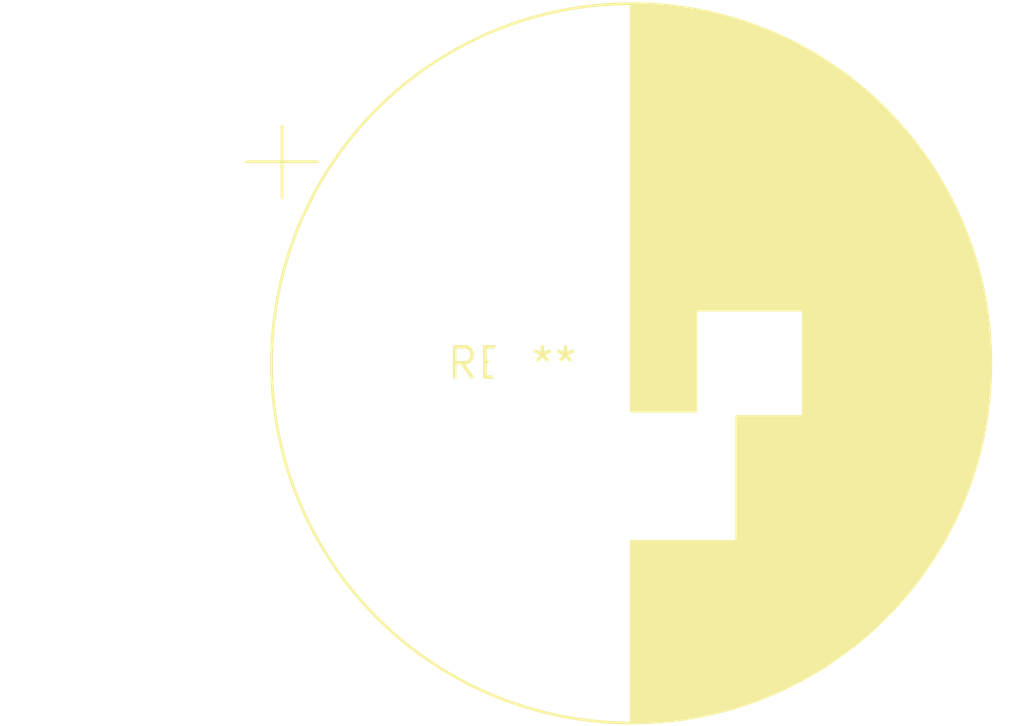
<source format=kicad_pcb>
(kicad_pcb (version 20240108) (generator pcbnew)
  (layers (0 "F.Cu" signal) (31 "B.Cu" signal) (34 "B.Paste" user) (35 "F.Paste" user) (36 "B.SilkS" user "B.Silkscreen") (37 "F.SilkS" user "F.Silkscreen") (38 "B.Mask" user) (39 "F.Mask" user) (44 "Edge.Cuts" user))
  (net 0 "")
  (footprint "CP_Radial_D30.0mm_P10.00mm_3pin_SnapIn" (layer "F.Cu") (at 0 0)
    (property "Reference" "REF**")
    (property "Value" "CP_Radial_D30.0mm_P10.00mm_3pin_SnapIn")
    (fp_line (start -11.179131 -8.475) (end -8.179131 -8.475) (layer "F.SilkS") (stroke (width 0.12)))
    (fp_line (start -9.679131 -9.975) (end -9.679131 -6.975) (layer "F.SilkS") (stroke (width 0.12)))
    (fp_line (start 5 -15.081) (end 5 2.01) (layer "F.SilkS") (stroke (width 0.12)))
    (fp_line (start 5 7.49) (end 5 15.081) (layer "F.SilkS") (stroke (width 0.12)))
    (fp_line (start 5.04 -15.08) (end 5.04 2.01) (layer "F.SilkS") (stroke (width 0.12)))
    (fp_line (start 5.04 7.49) (end 5.04 15.08) (layer "F.SilkS") (stroke (width 0.12)))
    (fp_line (start 5.08 -15.08) (end 5.08 2.01) (layer "F.SilkS") (stroke (width 0.12)))
    (fp_line (start 5.08 7.49) (end 5.08 15.08) (layer "F.SilkS") (stroke (width 0.12)))
    (fp_line (start 5.12 -15.08) (end 5.12 2.01) (layer "F.SilkS") (stroke (width 0.12)))
    (fp_line (start 5.12 7.49) (end 5.12 15.08) (layer "F.SilkS") (stroke (width 0.12)))
    (fp_line (start 5.16 -15.08) (end 5.16 2.01) (layer "F.SilkS") (stroke (width 0.12)))
    (fp_line (start 5.16 7.49) (end 5.16 15.08) (layer "F.SilkS") (stroke (width 0.12)))
    (fp_line (start 5.2 -15.079) (end 5.2 2.01) (layer "F.SilkS") (stroke (width 0.12)))
    (fp_line (start 5.2 7.49) (end 5.2 15.079) (layer "F.SilkS") (stroke (width 0.12)))
    (fp_line (start 5.24 -15.079) (end 5.24 2.01) (layer "F.SilkS") (stroke (width 0.12)))
    (fp_line (start 5.24 7.49) (end 5.24 15.079) (layer "F.SilkS") (stroke (width 0.12)))
    (fp_line (start 5.28 -15.078) (end 5.28 2.01) (layer "F.SilkS") (stroke (width 0.12)))
    (fp_line (start 5.28 7.49) (end 5.28 15.078) (layer "F.SilkS") (stroke (width 0.12)))
    (fp_line (start 5.32 -15.077) (end 5.32 2.01) (layer "F.SilkS") (stroke (width 0.12)))
    (fp_line (start 5.32 7.49) (end 5.32 15.077) (layer "F.SilkS") (stroke (width 0.12)))
    (fp_line (start 5.36 -15.076) (end 5.36 2.01) (layer "F.SilkS") (stroke (width 0.12)))
    (fp_line (start 5.36 7.49) (end 5.36 15.076) (layer "F.SilkS") (stroke (width 0.12)))
    (fp_line (start 5.4 -15.075) (end 5.4 2.01) (layer "F.SilkS") (stroke (width 0.12)))
    (fp_line (start 5.4 7.49) (end 5.4 15.075) (layer "F.SilkS") (stroke (width 0.12)))
    (fp_line (start 5.44 -15.074) (end 5.44 2.01) (layer "F.SilkS") (stroke (width 0.12)))
    (fp_line (start 5.44 7.49) (end 5.44 15.074) (layer "F.SilkS") (stroke (width 0.12)))
    (fp_line (start 5.48 -15.073) (end 5.48 2.01) (layer "F.SilkS") (stroke (width 0.12)))
    (fp_line (start 5.48 7.49) (end 5.48 15.073) (layer "F.SilkS") (stroke (width 0.12)))
    (fp_line (start 5.52 -15.072) (end 5.52 2.01) (layer "F.SilkS") (stroke (width 0.12)))
    (fp_line (start 5.52 7.49) (end 5.52 15.072) (layer "F.SilkS") (stroke (width 0.12)))
    (fp_line (start 5.56 -15.07) (end 5.56 2.01) (layer "F.SilkS") (stroke (width 0.12)))
    (fp_line (start 5.56 7.49) (end 5.56 15.07) (layer "F.SilkS") (stroke (width 0.12)))
    (fp_line (start 5.6 -15.069) (end 5.6 2.01) (layer "F.SilkS") (stroke (width 0.12)))
    (fp_line (start 5.6 7.49) (end 5.6 15.069) (layer "F.SilkS") (stroke (width 0.12)))
    (fp_line (start 5.64 -15.067) (end 5.64 2.01) (layer "F.SilkS") (stroke (width 0.12)))
    (fp_line (start 5.64 7.49) (end 5.64 15.067) (layer "F.SilkS") (stroke (width 0.12)))
    (fp_line (start 5.68 -15.065) (end 5.68 2.01) (layer "F.SilkS") (stroke (width 0.12)))
    (fp_line (start 5.68 7.49) (end 5.68 15.065) (layer "F.SilkS") (stroke (width 0.12)))
    (fp_line (start 5.721 -15.063) (end 5.721 2.01) (layer "F.SilkS") (stroke (width 0.12)))
    (fp_line (start 5.721 7.49) (end 5.721 15.063) (layer "F.SilkS") (stroke (width 0.12)))
    (fp_line (start 5.761 -15.061) (end 5.761 2.01) (layer "F.SilkS") (stroke (width 0.12)))
    (fp_line (start 5.761 7.49) (end 5.761 15.061) (layer "F.SilkS") (stroke (width 0.12)))
    (fp_line (start 5.801 -15.059) (end 5.801 2.01) (layer "F.SilkS") (stroke (width 0.12)))
    (fp_line (start 5.801 7.49) (end 5.801 15.059) (layer "F.SilkS") (stroke (width 0.12)))
    (fp_line (start 5.841 -15.057) (end 5.841 2.01) (layer "F.SilkS") (stroke (width 0.12)))
    (fp_line (start 5.841 7.49) (end 5.841 15.057) (layer "F.SilkS") (stroke (width 0.12)))
    (fp_line (start 5.881 -15.055) (end 5.881 2.01) (layer "F.SilkS") (stroke (width 0.12)))
    (fp_line (start 5.881 7.49) (end 5.881 15.055) (layer "F.SilkS") (stroke (width 0.12)))
    (fp_line (start 5.921 -15.052) (end 5.921 2.01) (layer "F.SilkS") (stroke (width 0.12)))
    (fp_line (start 5.921 7.49) (end 5.921 15.052) (layer "F.SilkS") (stroke (width 0.12)))
    (fp_line (start 5.961 -15.05) (end 5.961 2.01) (layer "F.SilkS") (stroke (width 0.12)))
    (fp_line (start 5.961 7.49) (end 5.961 15.05) (layer "F.SilkS") (stroke (width 0.12)))
    (fp_line (start 6.001 -15.047) (end 6.001 2.01) (layer "F.SilkS") (stroke (width 0.12)))
    (fp_line (start 6.001 7.49) (end 6.001 15.047) (layer "F.SilkS") (stroke (width 0.12)))
    (fp_line (start 6.041 -15.045) (end 6.041 2.01) (layer "F.SilkS") (stroke (width 0.12)))
    (fp_line (start 6.041 7.49) (end 6.041 15.045) (layer "F.SilkS") (stroke (width 0.12)))
    (fp_line (start 6.081 -15.042) (end 6.081 2.01) (layer "F.SilkS") (stroke (width 0.12)))
    (fp_line (start 6.081 7.49) (end 6.081 15.042) (layer "F.SilkS") (stroke (width 0.12)))
    (fp_line (start 6.121 -15.039) (end 6.121 2.01) (layer "F.SilkS") (stroke (width 0.12)))
    (fp_line (start 6.121 7.49) (end 6.121 15.039) (layer "F.SilkS") (stroke (width 0.12)))
    (fp_line (start 6.161 -15.036) (end 6.161 2.01) (layer "F.SilkS") (stroke (width 0.12)))
    (fp_line (start 6.161 7.49) (end 6.161 15.036) (layer "F.SilkS") (stroke (width 0.12)))
    (fp_line (start 6.201 -15.033) (end 6.201 2.01) (layer "F.SilkS") (stroke (width 0.12)))
    (fp_line (start 6.201 7.49) (end 6.201 15.033) (layer "F.SilkS") (stroke (width 0.12)))
    (fp_line (start 6.241 -15.03) (end 6.241 2.01) (layer "F.SilkS") (stroke (width 0.12)))
    (fp_line (start 6.241 7.49) (end 6.241 15.03) (layer "F.SilkS") (stroke (width 0.12)))
    (fp_line (start 6.281 -15.026) (end 6.281 2.01) (layer "F.SilkS") (stroke (width 0.12)))
    (fp_line (start 6.281 7.49) (end 6.281 15.026) (layer "F.SilkS") (stroke (width 0.12)))
    (fp_line (start 6.321 -15.023) (end 6.321 2.01) (layer "F.SilkS") (stroke (width 0.12)))
    (fp_line (start 6.321 7.49) (end 6.321 15.023) (layer "F.SilkS") (stroke (width 0.12)))
    (fp_line (start 6.361 -15.019) (end 6.361 2.01) (layer "F.SilkS") (stroke (width 0.12)))
    (fp_line (start 6.361 7.49) (end 6.361 15.019) (layer "F.SilkS") (stroke (width 0.12)))
    (fp_line (start 6.401 -15.016) (end 6.401 2.01) (layer "F.SilkS") (stroke (width 0.12)))
    (fp_line (start 6.401 7.49) (end 6.401 15.016) (layer "F.SilkS") (stroke (width 0.12)))
    (fp_line (start 6.441 -15.012) (end 6.441 2.01) (layer "F.SilkS") (stroke (width 0.12)))
    (fp_line (start 6.441 7.49) (end 6.441 15.012) (layer "F.SilkS") (stroke (width 0.12)))
    (fp_line (start 6.481 -15.008) (end 6.481 2.01) (layer "F.SilkS") (stroke (width 0.12)))
    (fp_line (start 6.481 7.49) (end 6.481 15.008) (layer "F.SilkS") (stroke (width 0.12)))
    (fp_line (start 6.521 -15.004) (end 6.521 2.01) (layer "F.SilkS") (stroke (width 0.12)))
    (fp_line (start 6.521 7.49) (end 6.521 15.004) (layer "F.SilkS") (stroke (width 0.12)))
    (fp_line (start 6.561 -15) (end 6.561 2.01) (layer "F.SilkS") (stroke (width 0.12)))
    (fp_line (start 6.561 7.49) (end 6.561 15) (layer "F.SilkS") (stroke (width 0.12)))
    (fp_line (start 6.601 -14.996) (end 6.601 2.01) (layer "F.SilkS") (stroke (width 0.12)))
    (fp_line (start 6.601 7.49) (end 6.601 14.996) (layer "F.SilkS") (stroke (width 0.12)))
    (fp_line (start 6.641 -14.991) (end 6.641 2.01) (layer "F.SilkS") (stroke (width 0.12)))
    (fp_line (start 6.641 7.49) (end 6.641 14.991) (layer "F.SilkS") (stroke (width 0.12)))
    (fp_line (start 6.681 -14.987) (end 6.681 2.01) (layer "F.SilkS") (stroke (width 0.12)))
    (fp_line (start 6.681 7.49) (end 6.681 14.987) (layer "F.SilkS") (stroke (width 0.12)))
    (fp_line (start 6.721 -14.982) (end 6.721 2.01) (layer "F.SilkS") (stroke (width 0.12)))
    (fp_line (start 6.721 7.49) (end 6.721 14.982) (layer "F.SilkS") (stroke (width 0.12)))
    (fp_line (start 6.761 -14.978) (end 6.761 2.01) (layer "F.SilkS") (stroke (width 0.12)))
    (fp_line (start 6.761 7.49) (end 6.761 14.978) (layer "F.SilkS") (stroke (width 0.12)))
    (fp_line (start 6.801 -14.973) (end 6.801 2.01) (layer "F.SilkS") (stroke (width 0.12)))
    (fp_line (start 6.801 7.49) (end 6.801 14.973) (layer "F.SilkS") (stroke (width 0.12)))
    (fp_line (start 6.841 -14.968) (end 6.841 2.01) (layer "F.SilkS") (stroke (width 0.12)))
    (fp_line (start 6.841 7.49) (end 6.841 14.968) (layer "F.SilkS") (stroke (width 0.12)))
    (fp_line (start 6.881 -14.963) (end 6.881 2.01) (layer "F.SilkS") (stroke (width 0.12)))
    (fp_line (start 6.881 7.49) (end 6.881 14.963) (layer "F.SilkS") (stroke (width 0.12)))
    (fp_line (start 6.921 -14.958) (end 6.921 2.01) (layer "F.SilkS") (stroke (width 0.12)))
    (fp_line (start 6.921 7.49) (end 6.921 14.958) (layer "F.SilkS") (stroke (width 0.12)))
    (fp_line (start 6.961 -14.953) (end 6.961 2.01) (layer "F.SilkS") (stroke (width 0.12)))
    (fp_line (start 6.961 7.49) (end 6.961 14.953) (layer "F.SilkS") (stroke (width 0.12)))
    (fp_line (start 7.001 -14.948) (end 7.001 2.01) (layer "F.SilkS") (stroke (width 0.12)))
    (fp_line (start 7.001 7.49) (end 7.001 14.948) (layer "F.SilkS") (stroke (width 0.12)))
    (fp_line (start 7.041 -14.942) (end 7.041 2.01) (layer "F.SilkS") (stroke (width 0.12)))
    (fp_line (start 7.041 7.49) (end 7.041 14.942) (layer "F.SilkS") (stroke (width 0.12)))
    (fp_line (start 7.081 -14.937) (end 7.081 2.01) (layer "F.SilkS") (stroke (width 0.12)))
    (fp_line (start 7.081 7.49) (end 7.081 14.937) (layer "F.SilkS") (stroke (width 0.12)))
    (fp_line (start 7.121 -14.931) (end 7.121 2.01) (layer "F.SilkS") (stroke (width 0.12)))
    (fp_line (start 7.121 7.49) (end 7.121 14.931) (layer "F.SilkS") (stroke (width 0.12)))
    (fp_line (start 7.161 -14.925) (end 7.161 2.01) (layer "F.SilkS") (stroke (width 0.12)))
    (fp_line (start 7.161 7.49) (end 7.161 14.925) (layer "F.SilkS") (stroke (width 0.12)))
    (fp_line (start 7.201 -14.92) (end 7.201 2.01) (layer "F.SilkS") (stroke (width 0.12)))
    (fp_line (start 7.201 7.49) (end 7.201 14.92) (layer "F.SilkS") (stroke (width 0.12)))
    (fp_line (start 7.241 -14.914) (end 7.241 2.01) (layer "F.SilkS") (stroke (width 0.12)))
    (fp_line (start 7.241 7.49) (end 7.241 14.914) (layer "F.SilkS") (stroke (width 0.12)))
    (fp_line (start 7.281 -14.908) (end 7.281 2.01) (layer "F.SilkS") (stroke (width 0.12)))
    (fp_line (start 7.281 7.49) (end 7.281 14.908) (layer "F.SilkS") (stroke (width 0.12)))
    (fp_line (start 7.321 -14.901) (end 7.321 2.01) (layer "F.SilkS") (stroke (width 0.12)))
    (fp_line (start 7.321 7.49) (end 7.321 14.901) (layer "F.SilkS") (stroke (width 0.12)))
    (fp_line (start 7.361 -14.895) (end 7.361 2.01) (layer "F.SilkS") (stroke (width 0.12)))
    (fp_line (start 7.361 7.49) (end 7.361 14.895) (layer "F.SilkS") (stroke (width 0.12)))
    (fp_line (start 7.401 -14.889) (end 7.401 2.01) (layer "F.SilkS") (stroke (width 0.12)))
    (fp_line (start 7.401 7.49) (end 7.401 14.889) (layer "F.SilkS") (stroke (width 0.12)))
    (fp_line (start 7.441 -14.882) (end 7.441 2.01) (layer "F.SilkS") (stroke (width 0.12)))
    (fp_line (start 7.441 7.49) (end 7.441 14.882) (layer "F.SilkS") (stroke (width 0.12)))
    (fp_line (start 7.481 -14.876) (end 7.481 2.01) (layer "F.SilkS") (stroke (width 0.12)))
    (fp_line (start 7.481 7.49) (end 7.481 14.876) (layer "F.SilkS") (stroke (width 0.12)))
    (fp_line (start 7.521 -14.869) (end 7.521 2.01) (layer "F.SilkS") (stroke (width 0.12)))
    (fp_line (start 7.521 7.49) (end 7.521 14.869) (layer "F.SilkS") (stroke (width 0.12)))
    (fp_line (start 7.561 -14.862) (end 7.561 2.01) (layer "F.SilkS") (stroke (width 0.12)))
    (fp_line (start 7.561 7.49) (end 7.561 14.862) (layer "F.SilkS") (stroke (width 0.12)))
    (fp_line (start 7.601 -14.855) (end 7.601 2.01) (layer "F.SilkS") (stroke (width 0.12)))
    (fp_line (start 7.601 7.49) (end 7.601 14.855) (layer "F.SilkS") (stroke (width 0.12)))
    (fp_line (start 7.641 -14.848) (end 7.641 2.01) (layer "F.SilkS") (stroke (width 0.12)))
    (fp_line (start 7.641 7.49) (end 7.641 14.848) (layer "F.SilkS") (stroke (width 0.12)))
    (fp_line (start 7.681 -14.841) (end 7.681 2.01) (layer "F.SilkS") (stroke (width 0.12)))
    (fp_line (start 7.681 7.49) (end 7.681 14.841) (layer "F.SilkS") (stroke (width 0.12)))
    (fp_line (start 7.721 -14.834) (end 7.721 2.01) (layer "F.SilkS") (stroke (width 0.12)))
    (fp_line (start 7.721 7.49) (end 7.721 14.834) (layer "F.SilkS") (stroke (width 0.12)))
    (fp_line (start 7.761 -14.826) (end 7.761 -2.24) (layer "F.SilkS") (stroke (width 0.12)))
    (fp_line (start 7.761 7.49) (end 7.761 14.826) (layer "F.SilkS") (stroke (width 0.12)))
    (fp_line (start 7.801 -14.819) (end 7.801 -2.24) (layer "F.SilkS") (stroke (width 0.12)))
    (fp_line (start 7.801 7.49) (end 7.801 14.819) (layer "F.SilkS") (stroke (width 0.12)))
    (fp_line (start 7.841 -14.811) (end 7.841 -2.24) (layer "F.SilkS") (stroke (width 0.12)))
    (fp_line (start 7.841 7.49) (end 7.841 14.811) (layer "F.SilkS") (stroke (width 0.12)))
    (fp_line (start 7.881 -14.804) (end 7.881 -2.24) (layer "F.SilkS") (stroke (width 0.12)))
    (fp_line (start 7.881 7.49) (end 7.881 14.804) (layer "F.SilkS") (stroke (width 0.12)))
    (fp_line (start 7.921 -14.796) (end 7.921 -2.24) (layer "F.SilkS") (stroke (width 0.12)))
    (fp_line (start 7.921 7.49) (end 7.921 14.796) (layer "F.SilkS") (stroke (width 0.12)))
    (fp_line (start 7.961 -14.788) (end 7.961 -2.24) (layer "F.SilkS") (stroke (width 0.12)))
    (fp_line (start 7.961 7.49) (end 7.961 14.788) (layer "F.SilkS") (stroke (width 0.12)))
    (fp_line (start 8.001 -14.78) (end 8.001 -2.24) (layer "F.SilkS") (stroke (width 0.12)))
    (fp_line (start 8.001 7.49) (end 8.001 14.78) (layer "F.SilkS") (stroke (width 0.12)))
    (fp_line (start 8.041 -14.772) (end 8.041 -2.24) (layer "F.SilkS") (stroke (width 0.12)))
    (fp_line (start 8.041 7.49) (end 8.041 14.772) (layer "F.SilkS") (stroke (width 0.12)))
    (fp_line (start 8.081 -14.763) (end 8.081 -2.24) (layer "F.SilkS") (stroke (width 0.12)))
    (fp_line (start 8.081 7.49) (end 8.081 14.763) (layer "F.SilkS") (stroke (width 0.12)))
    (fp_line (start 8.121 -14.755) (end 8.121 -2.24) (layer "F.SilkS") (stroke (width 0.12)))
    (fp_line (start 8.121 7.49) (end 8.121 14.755) (layer "F.SilkS") (stroke (width 0.12)))
    (fp_line (start 8.161 -14.747) (end 8.161 -2.24) (layer "F.SilkS") (stroke (width 0.12)))
    (fp_line (start 8.161 7.49) (end 8.161 14.747) (layer "F.SilkS") (stroke (width 0.12)))
    (fp_line (start 8.201 -14.738) (end 8.201 -2.24) (layer "F.SilkS") (stroke (width 0.12)))
    (fp_line (start 8.201 7.49) (end 8.201 14.738) (layer "F.SilkS") (stroke (width 0.12)))
    (fp_line (start 8.241 -14.729) (end 8.241 -2.24) (layer "F.SilkS") (stroke (width 0.12)))
    (fp_line (start 8.241 7.49) (end 8.241 14.729) (layer "F.SilkS") (stroke (width 0.12)))
    (fp_line (start 8.281 -14.72) (end 8.281 -2.24) (layer "F.SilkS") (stroke (width 0.12)))
    (fp_line (start 8.281 7.49) (end 8.281 14.72) (layer "F.SilkS") (stroke (width 0.12)))
    (fp_line (start 8.321 -14.711) (end 8.321 -2.24) (layer "F.SilkS") (stroke (width 0.12)))
    (fp_line (start 8.321 7.49) (end 8.321 14.711) (layer "F.SilkS") (stroke (width 0.12)))
    (fp_line (start 8.361 -14.702) (end 8.361 -2.24) (layer "F.SilkS") (stroke (width 0.12)))
    (fp_line (start 8.361 7.49) (end 8.361 14.702) (layer "F.SilkS") (stroke (width 0.12)))
    (fp_line (start 8.401 -14.693) (end 8.401 -2.24) (layer "F.SilkS") (stroke (width 0.12)))
    (fp_line (start 8.401 7.49) (end 8.401 14.693) (layer "F.SilkS") (stroke (width 0.12)))
    (fp_line (start 8.441 -14.684) (end 8.441 -2.24) (layer "F.SilkS") (stroke (width 0.12)))
    (fp_line (start 8.441 7.49) (end 8.441 14.684) (layer "F.SilkS") (stroke (width 0.12)))
    (fp_line (start 8.481 -14.675) (end 8.481 -2.24) (layer "F.SilkS") (stroke (width 0.12)))
    (fp_line (start 8.481 7.49) (end 8.481 14.675) (layer "F.SilkS") (stroke (width 0.12)))
    (fp_line (start 8.521 -14.665) (end 8.521 -2.24) (layer "F.SilkS") (stroke (width 0.12)))
    (fp_line (start 8.521 7.49) (end 8.521 14.665) (layer "F.SilkS") (stroke (width 0.12)))
    (fp_line (start 8.561 -14.655) (end 8.561 -2.24) (layer "F.SilkS") (stroke (width 0.12)))
    (fp_line (start 8.561 7.49) (end 8.561 14.655) (layer "F.SilkS") (stroke (width 0.12)))
    (fp_line (start 8.601 -14.646) (end 8.601 -2.24) (layer "F.SilkS") (stroke (width 0.12)))
    (fp_line (start 8.601 7.49) (end 8.601 14.646) (layer "F.SilkS") (stroke (width 0.12)))
    (fp_line (start 8.641 -14.636) (end 8.641 -2.24) (layer "F.SilkS") (stroke (width 0.12)))
    (fp_line (start 8.641 7.49) (end 8.641 14.636) (layer "F.SilkS") (stroke (width 0.12)))
    (fp_line (start 8.681 -14.626) (end 8.681 -2.24) (layer "F.SilkS") (stroke (width 0.12)))
    (fp_line (start 8.681 7.49) (end 8.681 14.626) (layer "F.SilkS") (stroke (width 0.12)))
    (fp_line (start 8.721 -14.616) (end 8.721 -2.24) (layer "F.SilkS") (stroke (width 0.12)))
    (fp_line (start 8.721 7.49) (end 8.721 14.616) (layer "F.SilkS") (stroke (width 0.12)))
    (fp_line (start 8.761 -14.606) (end 8.761 -2.24) (layer "F.SilkS") (stroke (width 0.12)))
    (fp_line (start 8.761 7.49) (end 8.761 14.606) (layer "F.SilkS") (stroke (width 0.12)))
    (fp_line (start 8.801 -14.595) (end 8.801 -2.24) (layer "F.SilkS") (stroke (width 0.12)))
    (fp_line (start 8.801 7.49) (end 8.801 14.595) (layer "F.SilkS") (stroke (width 0.12)))
    (fp_line (start 8.841 -14.585) (end 8.841 -2.24) (layer "F.SilkS") (stroke (width 0.12)))
    (fp_line (start 8.841 7.49) (end 8.841 14.585) (layer "F.SilkS") (stroke (width 0.12)))
    (fp_line (start 8.881 -14.574) (end 8.881 -2.24) (layer "F.SilkS") (stroke (width 0.12)))
    (fp_line (start 8.881 7.49) (end 8.881 14.574) (layer "F.SilkS") (stroke (width 0.12)))
    (fp_line (start 8.921 -14.564) (end 8.921 -2.24) (layer "F.SilkS") (stroke (width 0.12)))
    (fp_line (start 8.921 7.49) (end 8.921 14.564) (layer "F.SilkS") (stroke (width 0.12)))
    (fp_line (start 8.961 -14.553) (end 8.961 -2.24) (layer "F.SilkS") (stroke (width 0.12)))
    (fp_line (start 8.961 7.49) (end 8.961 14.553) (layer "F.SilkS") (stroke (width 0.12)))
    (fp_line (start 9.001 -14.542) (end 9.001 -2.24) (layer "F.SilkS") (stroke (width 0.12)))
    (fp_line (start 9.001 7.49) (end 9.001 14.542) (layer "F.SilkS") (stroke (width 0.12)))
    (fp_line (start 9.041 -14.531) (end 9.041 -2.24) (layer "F.SilkS") (stroke (width 0.12)))
    (fp_line (start 9.041 7.49) (end 9.041 14.531) (layer "F.SilkS") (stroke (width 0.12)))
    (fp_line (start 9.081 -14.52) (end 9.081 -2.24) (layer "F.SilkS") (stroke (width 0.12)))
    (fp_line (start 9.081 7.49) (end 9.081 14.52) (layer "F.SilkS") (stroke (width 0.12)))
    (fp_line (start 9.121 -14.508) (end 9.121 -2.24) (layer "F.SilkS") (stroke (width 0.12)))
    (fp_line (start 9.121 7.49) (end 9.121 14.508) (layer "F.SilkS") (stroke (width 0.12)))
    (fp_line (start 9.161 -14.497) (end 9.161 -2.24) (layer "F.SilkS") (stroke (width 0.12)))
    (fp_line (start 9.161 7.49) (end 9.161 14.497) (layer "F.SilkS") (stroke (width 0.12)))
    (fp_line (start 9.201 -14.485) (end 9.201 -2.24) (layer "F.SilkS") (stroke (width 0.12)))
    (fp_line (start 9.201 7.49) (end 9.201 14.485) (layer "F.SilkS") (stroke (width 0.12)))
    (fp_line (start 9.241 -14.474) (end 9.241 -2.24) (layer "F.SilkS") (stroke (width 0.12)))
    (fp_line (start 9.241 7.49) (end 9.241 14.474) (layer "F.SilkS") (stroke (width 0.12)))
    (fp_line (start 9.281 -14.462) (end 9.281 -2.24) (layer "F.SilkS") (stroke (width 0.12)))
    (fp_line (start 9.281 7.49) (end 9.281 14.462) (layer "F.SilkS") (stroke (width 0.12)))
    (fp_line (start 9.321 -14.45) (end 9.321 -2.24) (layer "F.SilkS") (stroke (width 0.12)))
    (fp_line (start 9.321 7.49) (end 9.321 14.45) (layer "F.SilkS") (stroke (width 0.12)))
    (fp_line (start 9.361 -14.438) (end 9.361 -2.24) (layer "F.SilkS") (stroke (width 0.12)))
    (fp_line (start 9.361 7.49) (end 9.361 14.438) (layer "F.SilkS") (stroke (width 0.12)))
    (fp_line (start 9.401 -14.426) (end 9.401 -2.24) (layer "F.SilkS") (stroke (width 0.12)))
    (fp_line (start 9.401 7.49) (end 9.401 14.426) (layer "F.SilkS") (stroke (width 0.12)))
    (fp_line (start 9.441 -14.414) (end 9.441 -2.24) (layer "F.SilkS") (stroke (width 0.12)))
    (fp_line (start 9.441 2.24) (end 9.441 14.414) (layer "F.SilkS") (stroke (width 0.12)))
    (fp_line (start 9.481 -14.402) (end 9.481 -2.24) (layer "F.SilkS") (stroke (width 0.12)))
    (fp_line (start 9.481 2.24) (end 9.481 14.402) (layer "F.SilkS") (stroke (width 0.12)))
    (fp_line (start 9.521 -14.389) (end 9.521 -2.24) (layer "F.SilkS") (stroke (width 0.12)))
    (fp_line (start 9.521 2.24) (end 9.521 14.389) (layer "F.SilkS") (stroke (width 0.12)))
    (fp_line (start 9.561 -14.376) (end 9.561 -2.24) (layer "F.SilkS") (stroke (width 0.12)))
    (fp_line (start 9.561 2.24) (end 9.561 14.376) (layer "F.SilkS") (stroke (width 0.12)))
    (fp_line (start 9.601 -14.364) (end 9.601 -2.24) (layer "F.SilkS") (stroke (width 0.12)))
    (fp_line (start 9.601 2.24) (end 9.601 14.364) (layer "F.SilkS") (stroke (width 0.12)))
    (fp_line (start 9.641 -14.351) (end 9.641 -2.24) (layer "F.SilkS") (stroke (width 0.12)))
    (fp_line (start 9.641 2.24) (end 9.641 14.351) (layer "F.SilkS") (stroke (width 0.12)))
    (fp_line (start 9.681 -14.338) (end 9.681 -2.24) (layer "F.SilkS") (stroke (width 0.12)))
    (fp_line (start 9.681 2.24) (end 9.681 14.338) (layer "F.SilkS") (stroke (width 0.12)))
    (fp_line (start 9.721 -14.325) (end 9.721 -2.24) (layer "F.SilkS") (stroke (width 0.12)))
    (fp_line (start 9.721 2.24) (end 9.721 14.325) (layer "F.SilkS") (stroke (width 0.12)))
    (fp_line (start 9.761 -14.312) (end 9.761 -2.24) (layer "F.SilkS") (stroke (width 0.12)))
    (fp_line (start 9.761 2.24) (end 9.761 14.312) (layer "F.SilkS") (stroke (width 0.12)))
    (fp_line (start 9.801 -14.298) (end 9.801 -2.24) (layer "F.SilkS") (stroke (width 0.12)))
    (fp_line (start 9.801 2.24) (end 9.801 14.298) (layer "F.SilkS") (stroke (width 0.12)))
    (fp_line (start 9.841 -14.285) (end 9.841 -2.24) (layer "F.SilkS") (stroke (width 0.12)))
    (fp_line (start 9.841 2.24) (end 9.841 14.285) (layer "F.SilkS") (stroke (width 0.12)))
    (fp_line (start 9.881 -14.271) (end 9.881 -2.24) (layer "F.SilkS") (stroke (width 0.12)))
    (fp_line (start 9.881 2.24) (end 9.881 14.271) (layer "F.SilkS") (stroke (width 0.12)))
    (fp_line (start 9.921 -14.258) (end 9.921 -2.24) (layer "F.SilkS") (stroke (width 0.12)))
    (fp_line (start 9.921 2.24) (end 9.921 14.258) (layer "F.SilkS") (stroke (width 0.12)))
    (fp_line (start 9.961 -14.244) (end 9.961 -2.24) (layer "F.SilkS") (stroke (width 0.12)))
    (fp_line (start 9.961 2.24) (end 9.961 14.244) (layer "F.SilkS") (stroke (width 0.12)))
    (fp_line (start 10.001 -14.23) (end 10.001 -2.24) (layer "F.SilkS") (stroke (width 0.12)))
    (fp_line (start 10.001 2.24) (end 10.001 14.23) (layer "F.SilkS") (stroke (width 0.12)))
    (fp_line (start 10.041 -14.216) (end 10.041 -2.24) (layer "F.SilkS") (stroke (width 0.12)))
    (fp_line (start 10.041 2.24) (end 10.041 14.216) (layer "F.SilkS") (stroke (width 0.12)))
    (fp_line (start 10.081 -14.202) (end 10.081 -2.24) (layer "F.SilkS") (stroke (width 0.12)))
    (fp_line (start 10.081 2.24) (end 10.081 14.202) (layer "F.SilkS") (stroke (width 0.12)))
    (fp_line (start 10.121 -14.187) (end 10.121 -2.24) (layer "F.SilkS") (stroke (width 0.12)))
    (fp_line (start 10.121 2.24) (end 10.121 14.187) (layer "F.SilkS") (stroke (width 0.12)))
    (fp_line (start 10.161 -14.173) (end 10.161 -2.24) (layer "F.SilkS") (stroke (width 0.12)))
    (fp_line (start 10.161 2.24) (end 10.161 14.173) (layer "F.SilkS") (stroke (width 0.12)))
    (fp_line (start 10.201 -14.158) (end 10.201 -2.24) (layer "F.SilkS") (stroke (width 0.12)))
    (fp_line (start 10.201 2.24) (end 10.201 14.158) (layer "F.SilkS") (stroke (width 0.12)))
    (fp_line (start 10.241 -14.143) (end 10.241 -2.24) (layer "F.SilkS") (stroke (width 0.12)))
    (fp_line (start 10.241 2.24) (end 10.241 14.143) (layer "F.SilkS") (stroke (width 0.12)))
    (fp_line (start 10.281 -14.129) (end 10.281 -2.24) (layer "F.SilkS") (stroke (width 0.12)))
    (fp_line (start 10.281 2.24) (end 10.281 14.129) (layer "F.SilkS") (stroke (width 0.12)))
    (fp_line (start 10.321 -14.114) (end 10.321 -2.24) (layer "F.SilkS") (stroke (width 0.12)))
    (fp_line (start 10.321 2.24) (end 10.321 14.114) (layer "F.SilkS") (stroke (width 0.12)))
    (fp_line (start 10.361 -14.099) (end 10.361 -2.24) (layer "F.SilkS") (stroke (width 0.12)))
    (fp_line (start 10.361 2.24) (end 10.361 14.099) (layer "F.SilkS") (stroke (width 0.12)))
    (fp_line (start 10.401 -14.083) (end 10.401 -2.24) (layer "F.SilkS") (stroke (width 0.12)))
    (fp_line (start 10.401 2.24) (end 10.401 14.083) (layer "F.SilkS") (stroke (width 0.12)))
    (fp_line (start 10.441 -14.068) (end 10.441 -2.24) (layer "F.SilkS") (stroke (width 0.12)))
    (fp_line (start 10.441 2.24) (end 10.441 14.068) (layer "F.SilkS") (stroke (width 0.12)))
    (fp_line (start 10.481 -14.052) (end 10.481 -2.24) (layer "F.SilkS") (stroke (width 0.12)))
    (fp_line (start 10.481 2.24) (end 10.481 14.052) (layer "F.SilkS") (stroke (width 0.12)))
    (fp_line (start 10.521 -14.037) (end 10.521 -2.24) (layer "F.SilkS") (stroke (width 0.12)))
    (fp_line (start 10.521 2.24) (end 10.521 14.037) (layer "F.SilkS") (stroke (width 0.12)))
    (fp_line (start 10.561 -14.021) (end 10.561 -2.24) (layer "F.SilkS") (stroke (width 0.12)))
    (fp_line (start 10.561 2.24) (end 10.561 14.021) (layer "F.SilkS") (stroke (width 0.12)))
    (fp_line (start 10.601 -14.005) (end 10.601 -2.24) (layer "F.SilkS") (stroke (width 0.12)))
    (fp_line (start 10.601 2.24) (end 10.601 14.005) (layer "F.SilkS") (stroke (width 0.12)))
    (fp_line (start 10.641 -13.989) (end 10.641 -2.24) (layer "F.SilkS") (stroke (width 0.12)))
    (fp_line (start 10.641 2.24) (end 10.641 13.989) (layer "F.SilkS") (stroke (width 0.12)))
    (fp_line (start 10.681 -13.973) (end 10.681 -2.24) (layer "F.SilkS") (stroke (width 0.12)))
    (fp_line (start 10.681 2.24) (end 10.681 13.973) (layer "F.SilkS") (stroke (width 0.12)))
    (fp_line (start 10.721 -13.957) (end 10.721 -2.24) (layer "F.SilkS") (stroke (width 0.12)))
    (fp_line (start 10.721 2.24) (end 10.721 13.957) (layer "F.SilkS") (stroke (width 0.12)))
    (fp_line (start 10.761 -13.94) (end 10.761 -2.24) (layer "F.SilkS") (stroke (width 0.12)))
    (fp_line (start 10.761 2.24) (end 10.761 13.94) (layer "F.SilkS") (stroke (width 0.12)))
    (fp_line (start 10.801 -13.924) (end 10.801 -2.24) (layer "F.SilkS") (stroke (width 0.12)))
    (fp_line (start 10.801 2.24) (end 10.801 13.924) (layer "F.SilkS") (stroke (width 0.12)))
    (fp_line (start 10.841 -13.907) (end 10.841 -2.24) (layer "F.SilkS") (stroke (width 0.12)))
    (fp_line (start 10.841 2.24) (end 10.841 13.907) (layer "F.SilkS") (stroke (width 0.12)))
    (fp_line (start 10.881 -13.89) (end 10.881 -2.24) (layer "F.SilkS") (stroke (width 0.12)))
    (fp_line (start 10.881 2.24) (end 10.881 13.89) (layer "F.SilkS") (stroke (width 0.12)))
    (fp_line (start 10.921 -13.873) (end 10.921 -2.24) (layer "F.SilkS") (stroke (width 0.12)))
    (fp_line (start 10.921 2.24) (end 10.921 13.873) (layer "F.SilkS") (stroke (width 0.12)))
    (fp_line (start 10.961 -13.856) (end 10.961 -2.24) (layer "F.SilkS") (stroke (width 0.12)))
    (fp_line (start 10.961 2.24) (end 10.961 13.856) (layer "F.SilkS") (stroke (width 0.12)))
    (fp_line (start 11.001 -13.839) (end 11.001 -2.24) (layer "F.SilkS") (stroke (width 0.12)))
    (fp_line (start 11.001 2.24) (end 11.001 13.839) (layer "F.SilkS") (stroke (width 0.12)))
    (fp_line (start 11.041 -13.822) (end 11.041 -2.24) (layer "F.SilkS") (stroke (width 0.12)))
    (fp_line (start 11.041 2.24) (end 11.041 13.822) (layer "F.SilkS") (stroke (width 0.12)))
    (fp_line (start 11.081 -13.804) (end 11.081 -2.24) (layer "F.SilkS") (stroke (width 0.12)))
    (fp_line (start 11.081 2.24) (end 11.081 13.804) (layer "F.SilkS") (stroke (width 0.12)))
    (fp_line (start 11.121 -13.787) (end 11.121 -2.24) (layer "F.SilkS") (stroke (width 0.12)))
    (fp_line (start 11.121 2.24) (end 11.121 13.787) (layer "F.SilkS") (stroke (width 0.12)))
    (fp_line (start 11.161 -13.769) (end 11.161 -2.24) (layer "F.SilkS") (stroke (width 0.12)))
    (fp_line (start 11.161 2.24) (end 11.161 13.769) (layer "F.SilkS") (stroke (width 0.12)))
    (fp_line (start 11.201 -13.751) (end 11.201 -2.24) (layer "F.SilkS") (stroke (width 0.12)))
    (fp_line (start 11.201 2.24) (end 11.201 13.751) (layer "F.SilkS") (stroke (width 0.12)))
    (fp_line (start 11.241 -13.733) (end 11.241 -2.24) (layer "F.SilkS") (stroke (width 0.12)))
    (fp_line (start 11.241 2.24) (end 11.241 13.733) (layer "F.SilkS") (stroke (width 0.12)))
    (fp_line (start 11.281 -13.715) (end 11.281 -2.24) (layer "F.SilkS") (stroke (width 0.12)))
    (fp_line (start 11.281 2.24) (end 11.281 13.715) (layer "F.SilkS") (stroke (width 0.12)))
    (fp_line (start 11.321 -13.696) (end 11.321 -2.24) (layer "F.SilkS") (stroke (width 0.12)))
    (fp_line (start 11.321 2.24) (end 11.321 13.696) (layer "F.SilkS") (stroke (width 0.12)))
    (fp_line (start 11.361 -13.678) (end 11.361 -2.24) (layer "F.SilkS") (stroke (width 0.12)))
    (fp_line (start 11.361 2.24) (end 11.361 13.678) (layer "F.SilkS") (stroke (width 0.12)))
    (fp_line (start 11.401 -13.659) (end 11.401 -2.24) (layer "F.SilkS") (stroke (width 0.12)))
    (fp_line (start 11.401 2.24) (end 11.401 13.659) (layer "F.SilkS") (stroke (width 0.12)))
    (fp_line (start 11.441 -13.64) (end 11.441 -2.24) (layer "F.SilkS") (stroke (width 0.12)))
    (fp_line (start 11.441 2.24) (end 11.441 13.64) (layer "F.SilkS") (stroke (width 0.12)))
    (fp_line (start 11.481 -13.622) (end 11.481 -2.24) (layer "F.SilkS") (stroke (width 0.12)))
    (fp_line (start 11.481 2.24) (end 11.481 13.622) (layer "F.SilkS") (stroke (width 0.12)))
    (fp_line (start 11.521 -13.602) (end 11.521 -2.24) (layer "F.SilkS") (stroke (width 0.12)))
    (fp_line (start 11.521 2.24) (end 11.521 13.602) (layer "F.SilkS") (stroke (width 0.12)))
    (fp_line (start 11.561 -13.583) (end 11.561 -2.24) (layer "F.SilkS") (stroke (width 0.12)))
    (fp_line (start 11.561 2.24) (end 11.561 13.583) (layer "F.SilkS") (stroke (width 0.12)))
    (fp_line (start 11.601 -13.564) (end 11.601 -2.24) (layer "F.SilkS") (stroke (width 0.12)))
    (fp_line (start 11.601 2.24) (end 11.601 13.564) (layer "F.SilkS") (stroke (width 0.12)))
    (fp_line (start 11.641 -13.544) (end 11.641 -2.24) (layer "F.SilkS") (stroke (width 0.12)))
    (fp_line (start 11.641 2.24) (end 11.641 13.544) (layer "F.SilkS") (stroke (width 0.12)))
    (fp_line (start 11.681 -13.525) (end 11.681 -2.24) (layer "F.SilkS") (stroke (width 0.12)))
    (fp_line (start 11.681 2.24) (end 11.681 13.525) (layer "F.SilkS") (stroke (width 0.12)))
    (fp_line (start 11.721 -13.505) (end 11.721 -2.24) (layer "F.SilkS") (stroke (width 0.12)))
    (fp_line (start 11.721 2.24) (end 11.721 13.505) (layer "F.SilkS") (stroke (width 0.12)))
    (fp_line (start 11.761 -13.485) (end 11.761 -2.24) (layer "F.SilkS") (stroke (width 0.12)))
    (fp_line (start 11.761 2.24) (end 11.761 13.485) (layer "F.SilkS") (stroke (width 0.12)))
    (fp_line (start 11.801 -13.465) (end 11.801 -2.24) (layer "F.SilkS") (stroke (width 0.12)))
    (fp_line (start 11.801 2.24) (end 11.801 13.465) (layer "F.SilkS") (stroke (width 0.12)))
    (fp_line (start 11.841 -13.445) (end 11.841 -2.24) (layer "F.SilkS") (stroke (width 0.12)))
    (fp_line (start 11.841 2.24) (end 11.841 13.445) (layer "F.SilkS") (stroke (width 0.12)))
    (fp_line (start 11.881 -13.425) (end 11.881 -2.24) (layer "F.SilkS") (stroke (width 0.12)))
    (fp_line (start 11.881 2.24) (end 11.881 13.425) (layer "F.SilkS") (stroke (width 0.12)))
    (fp_line (start 11.921 -13.404) (end 11.921 -2.24) (layer "F.SilkS") (stroke (width 0.12)))
    (fp_line (start 11.921 2.24) (end 11.921 13.404) (layer "F.SilkS") (stroke (width 0.12)))
    (fp_line (start 11.961 -13.383) (end 11.961 -2.24) (layer "F.SilkS") (stroke (width 0.12)))
    (fp_line (start 11.961 2.24) (end 11.961 13.383) (layer "F.SilkS") (stroke (width 0.12)))
    (fp_line (start 12.001 -13.363) (end 12.001 -2.24) (layer "F.SilkS") (stroke (width 0.12)))
    (fp_line (start 12.001 2.24) (end 12.001 13.363) (layer "F.SilkS") (stroke (width 0.12)))
    (fp_line (start 12.041 -13.342) (end 12.041 -2.24) (layer "F.SilkS") (stroke (width 0.12)))
    (fp_line (start 12.041 2.24) (end 12.041 13.342) (layer "F.SilkS") (stroke (width 0.12)))
    (fp_line (start 12.081 -13.32) (end 12.081 -2.24) (layer "F.SilkS") (stroke (width 0.12)))
    (fp_line (start 12.081 2.24) (end 12.081 13.32) (layer "F.SilkS") (stroke (width 0.12)))
    (fp_line (start 12.121 -13.299) (end 12.121 -2.24) (layer "F.SilkS") (stroke (width 0.12)))
    (fp_line (start 12.121 2.24) (end 12.121 13.299) (layer "F.SilkS") (stroke (width 0.12)))
    (fp_line (start 12.161 -13.278) (end 12.161 -2.24) (layer "F.SilkS") (stroke (width 0.12)))
    (fp_line (start 12.161 2.24) (end 12.161 13.278) (layer "F.SilkS") (stroke (width 0.12)))
    (fp_line (start 12.201 -13.256) (end 12.201 -2.24) (layer "F.SilkS") (stroke (width 0.12)))
    (fp_line (start 12.201 2.24) (end 12.201 13.256) (layer "F.SilkS") (stroke (width 0.12)))
    (fp_line (start 12.241 -13.234) (end 12.241 13.234) (layer "F.SilkS") (stroke (width 0.12)))
    (fp_line (start 12.281 -13.213) (end 12.281 13.213) (layer "F.SilkS") (stroke (width 0.12)))
    (fp_line (start 12.321 -13.19) (end 12.321 13.19) (layer "F.SilkS") (stroke (width 0.12)))
    (fp_line (start 12.361 -13.168) (end 12.361 13.168) (layer "F.SilkS") (stroke (width 0.12)))
    (fp_line (start 12.401 -13.146) (end 12.401 13.146) (layer "F.SilkS") (stroke (width 0.12)))
    (fp_line (start 12.441 -13.123) (end 12.441 13.123) (layer "F.SilkS") (stroke (width 0.12)))
    (fp_line (start 12.481 -13.101) (end 12.481 13.101) (layer "F.SilkS") (stroke (width 0.12)))
    (fp_line (start 12.521 -13.078) (end 12.521 13.078) (layer "F.SilkS") (stroke (width 0.12)))
    (fp_line (start 12.561 -13.055) (end 12.561 13.055) (layer "F.SilkS") (stroke (width 0.12)))
    (fp_line (start 12.601 -13.032) (end 12.601 13.032) (layer "F.SilkS") (stroke (width 0.12)))
    (fp_line (start 12.641 -13.008) (end 12.641 13.008) (layer "F.SilkS") (stroke (width 0.12)))
    (fp_line (start 12.681 -12.985) (end 12.681 12.985) (layer "F.SilkS") (stroke (width 0.12)))
    (fp_line (start 12.721 -12.961) (end 12.721 12.961) (layer "F.SilkS") (stroke (width 0.12)))
    (fp_line (start 12.761 -12.937) (end 12.761 12.937) (layer "F.SilkS") (stroke (width 0.12)))
    (fp_line (start 12.801 -12.913) (end 12.801 12.913) (layer "F.SilkS") (stroke (width 0.12)))
    (fp_line (start 12.841 -12.889) (end 12.841 12.889) (layer "F.SilkS") (stroke (width 0.12)))
    (fp_line (start 12.881 -12.865) (end 12.881 12.865) (layer "F.SilkS") (stroke (width 0.12)))
    (fp_line (start 12.921 -12.84) (end 12.921 12.84) (layer "F.SilkS") (stroke (width 0.12)))
    (fp_line (start 12.961 -12.816) (end 12.961 12.816) (layer "F.SilkS") (stroke (width 0.12)))
    (fp_line (start 13.001 -12.791) (end 13.001 12.791) (layer "F.SilkS") (stroke (width 0.12)))
    (fp_line (start 13.041 -12.766) (end 13.041 12.766) (layer "F.SilkS") (stroke (width 0.12)))
    (fp_line (start 13.081 -12.74) (end 13.081 12.74) (layer "F.SilkS") (stroke (width 0.12)))
    (fp_line (start 13.121 -12.715) (end 13.121 12.715) (layer "F.SilkS") (stroke (width 0.12)))
    (fp_line (start 13.161 -12.69) (end 13.161 12.69) (layer "F.SilkS") (stroke (width 0.12)))
    (fp_line (start 13.2 -12.664) (end 13.2 12.664) (layer "F.SilkS") (stroke (width 0.12)))
    (fp_line (start 13.24 -12.638) (end 13.24 12.638) (layer "F.SilkS") (stroke (width 0.12)))
    (fp_line (start 13.28 -12.612) (end 13.28 12.612) (layer "F.SilkS") (stroke (width 0.12)))
    (fp_line (start 13.32 -12.586) (end 13.32 12.586) (layer "F.SilkS") (stroke (width 0.12)))
    (fp_line (start 13.36 -12.559) (end 13.36 12.559) (layer "F.SilkS") (stroke (width 0.12)))
    (fp_line (start 13.4 -12.532) (end 13.4 12.532) (layer "F.SilkS") (stroke (width 0.12)))
    (fp_line (start 13.44 -12.506) (end 13.44 12.506) (layer "F.SilkS") (stroke (width 0.12)))
    (fp_line (start 13.48 -12.479) (end 13.48 12.479) (layer "F.SilkS") (stroke (width 0.12)))
    (fp_line (start 13.52 -12.451) (end 13.52 12.451) (layer "F.SilkS") (stroke (width 0.12)))
    (fp_line (start 13.56 -12.424) (end 13.56 12.424) (layer "F.SilkS") (stroke (width 0.12)))
    (fp_line (start 13.6 -12.397) (end 13.6 12.397) (layer "F.SilkS") (stroke (width 0.12)))
    (fp_line (start 13.64 -12.369) (end 13.64 12.369) (layer "F.SilkS") (stroke (width 0.12)))
    (fp_line (start 13.68 -12.341) (end 13.68 12.341) (layer "F.SilkS") (stroke (width 0.12)))
    (fp_line (start 13.72 -12.313) (end 13.72 12.313) (layer "F.SilkS") (stroke (width 0.12)))
    (fp_line (start 13.76 -12.284) (end 13.76 12.284) (layer "F.SilkS") (stroke (width 0.12)))
    (fp_line (start 13.8 -12.256) (end 13.8 12.256) (layer "F.SilkS") (stroke (width 0.12)))
    (fp_line (start 13.84 -12.227) (end 13.84 12.227) (layer "F.SilkS") (stroke (width 0.12)))
    (fp_line (start 13.88 -12.198) (end 13.88 12.198) (layer "F.SilkS") (stroke (width 0.12)))
    (fp_line (start 13.92 -12.169) (end 13.92 12.169) (layer "F.SilkS") (stroke (width 0.12)))
    (fp_line (start 13.96 -12.14) (end 13.96 12.14) (layer "F.SilkS") (stroke (width 0.12)))
    (fp_line (start 14 -12.11) (end 14 12.11) (layer "F.SilkS") (stroke (width 0.12)))
    (fp_line (start 14.04 -12.08) (end 14.04 12.08) (layer "F.SilkS") (stroke (width 0.12)))
    (fp_line (start 14.08 -12.05) (end 14.08 12.05) (layer "F.SilkS") (stroke (width 0.12)))
    (fp_line (start 14.12 -12.02) (end 14.12 12.02) (layer "F.SilkS") (stroke (width 0.12)))
    (fp_line (start 14.16 -11.99) (end 14.16 11.99) (layer "F.SilkS") (stroke (width 0.12)))
    (fp_line (start 14.2 -11.959) (end 14.2 11.959) (layer "F.SilkS") (stroke (width 0.12)))
    (fp_line (start 14.24 -11.929) (end 14.24 11.929) (layer "F.SilkS") (stroke (width 0.12)))
    (fp_line (start 14.28 -11.898) (end 14.28 11.898) (layer "F.SilkS") (stroke (width 0.12)))
    (fp_line (start 14.32 -11.866) (end 14.32 11.866) (layer "F.SilkS") (stroke (width 0.12)))
    (fp_line (start 14.36 -11.835) (end 14.36 11.835) (layer "F.SilkS") (stroke (width 0.12)))
    (fp_line (start 14.4 -11.803) (end 14.4 11.803) (layer "F.SilkS") (stroke (width 0.12)))
    (fp_line (start 14.44 -11.772) (end 14.44 11.772) (layer "F.SilkS") (stroke (width 0.12)))
    (fp_line (start 14.48 -11.739) (end 14.48 11.739) (layer "F.SilkS") (stroke (width 0.12)))
    (fp_line (start 14.52 -11.707) (end 14.52 11.707) (layer "F.SilkS") (stroke (width 0.12)))
    (fp_line (start 14.56 -11.675) (end 14.56 11.675) (layer "F.SilkS") (stroke (width 0.12)))
    (fp_line (start 14.6 -11.642) (end 14.6 11.642) (layer "F.SilkS") (stroke (width 0.12)))
    (fp_line (start 14.64 -11.609) (end 14.64 11.609) (layer "F.SilkS") (stroke (width 0.12)))
    (fp_line (start 14.68 -11.576) (end 14.68 11.576) (layer "F.SilkS") (stroke (width 0.12)))
    (fp_line (start 14.72 -11.542) (end 14.72 11.542) (layer "F.SilkS") (stroke (width 0.12)))
    (fp_line (start 14.76 -11.509) (end 14.76 11.509) (layer "F.SilkS") (stroke (width 0.12)))
    (fp_line (start 14.8 -11.475) (end 14.8 11.475) (layer "F.SilkS") (stroke (width 0.12)))
    (fp_line (start 14.84 -11.44) (end 14.84 11.44) (layer "F.SilkS") (stroke (width 0.12)))
    (fp_line (start 14.88 -11.406) (end 14.88 11.406) (layer "F.SilkS") (stroke (width 0.12)))
    (fp_line (start 14.92 -11.371) (end 14.92 11.371) (layer "F.SilkS") (stroke (width 0.12)))
    (fp_line (start 14.96 -11.336) (end 14.96 11.336) (layer "F.SilkS") (stroke (width 0.12)))
    (fp_line (start 15 -11.301) (end 15 11.301) (layer "F.SilkS") (stroke (width 0.12)))
    (fp_line (start 15.04 -11.266) (end 15.04 11.266) (layer "F.SilkS") (stroke (width 0.12)))
    (fp_line (start 15.08 -11.23) (end 15.08 11.23) (layer "F.SilkS") (stroke (width 0.12)))
    (fp_line (start 15.12 -11.194) (end 15.12 11.194) (layer "F.SilkS") (stroke (width 0.12)))
    (fp_line (start 15.16 -11.158) (end 15.16 11.158) (layer "F.SilkS") (stroke (width 0.12)))
    (fp_line (start 15.2 -11.122) (end 15.2 11.122) (layer "F.SilkS") (stroke (width 0.12)))
    (fp_line (start 15.24 -11.085) (end 15.24 11.085) (layer "F.SilkS") (stroke (width 0.12)))
    (fp_line (start 15.28 -11.048) (end 15.28 11.048) (layer "F.SilkS") (stroke (width 0.12)))
    (fp_line (start 15.32 -11.011) (end 15.32 11.011) (layer "F.SilkS") (stroke (width 0.12)))
    (fp_line (start 15.36 -10.973) (end 15.36 10.973) (layer "F.SilkS") (stroke (width 0.12)))
    (fp_line (start 15.4 -10.936) (end 15.4 10.936) (layer "F.SilkS") (stroke (width 0.12)))
    (fp_line (start 15.44 -10.898) (end 15.44 10.898) (layer "F.SilkS") (stroke (width 0.12)))
    (fp_line (start 15.48 -10.859) (end 15.48 10.859) (layer "F.SilkS") (stroke (width 0.12)))
    (fp_line (start 15.52 -10.821) (end 15.52 10.821) (layer "F.SilkS") (stroke (width 0.12)))
    (fp_line (start 15.56 -10.782) (end 15.56 10.782) (layer "F.SilkS") (stroke (width 0.12)))
    (fp_line (start 15.6 -10.743) (end 15.6 10.743) (layer "F.SilkS") (stroke (width 0.12)))
    (fp_line (start 15.64 -10.703) (end 15.64 10.703) (layer "F.SilkS") (stroke (width 0.12)))
    (fp_line (start 15.68 -10.663) (end 15.68 10.663) (layer "F.SilkS") (stroke (width 0.12)))
    (fp_line (start 15.72 -10.623) (end 15.72 10.623) (layer "F.SilkS") (stroke (width 0.12)))
    (fp_line (start 15.76 -10.583) (end 15.76 10.583) (layer "F.SilkS") (stroke (width 0.12)))
    (fp_line (start 15.8 -10.542) (end 15.8 10.542) (layer "F.SilkS") (stroke (width 0.12)))
    (fp_line (start 15.84 -10.501) (end 15.84 10.501) (layer "F.SilkS") (stroke (width 0.12)))
    (fp_line (start 15.88 -10.46) (end 15.88 10.46) (layer "F.SilkS") (stroke (width 0.12)))
    (fp_line (start 15.92 -10.418) (end 15.92 10.418) (layer "F.SilkS") (stroke (width 0.12)))
    (fp_line (start 15.96 -10.376) (end 15.96 10.376) (layer "F.SilkS") (stroke (width 0.12)))
    (fp_line (start 16 -10.334) (end 16 10.334) (layer "F.SilkS") (stroke (width 0.12)))
    (fp_line (start 16.04 -10.292) (end 16.04 10.292) (layer "F.SilkS") (stroke (width 0.12)))
    (fp_line (start 16.08 -10.249) (end 16.08 10.249) (layer "F.SilkS") (stroke (width 0.12)))
    (fp_line (start 16.12 -10.205) (end 16.12 10.205) (layer "F.SilkS") (stroke (width 0.12)))
    (fp_line (start 16.16 -10.162) (end 16.16 10.162) (layer "F.SilkS") (stroke (width 0.12)))
    (fp_line (start 16.2 -10.118) (end 16.2 10.118) (layer "F.SilkS") (stroke (width 0.12)))
    (fp_line (start 16.24 -10.074) (end 16.24 10.074) (layer "F.SilkS") (stroke (width 0.12)))
    (fp_line (start 16.28 -10.029) (end 16.28 10.029) (layer "F.SilkS") (stroke (width 0.12)))
    (fp_line (start 16.32 -9.984) (end 16.32 9.984) (layer "F.SilkS") (stroke (width 0.12)))
    (fp_line (start 16.36 -9.939) (end 16.36 9.939) (layer "F.SilkS") (stroke (width 0.12)))
    (fp_line (start 16.4 -9.893) (end 16.4 9.893) (layer "F.SilkS") (stroke (width 0.12)))
    (fp_line (start 16.44 -9.847) (end 16.44 9.847) (layer "F.SilkS") (stroke (width 0.12)))
    (fp_line (start 16.48 -9.8) (end 16.48 9.8) (layer "F.SilkS") (stroke (width 0.12)))
    (fp_line (start 16.52 -9.754) (end 16.52 9.754) (layer "F.SilkS") (stroke (width 0.12)))
    (fp_line (start 16.56 -9.706) (end 16.56 9.706) (layer "F.SilkS") (stroke (width 0.12)))
    (fp_line (start 16.6 -9.659) (end 16.6 9.659) (layer "F.SilkS") (stroke (width 0.12)))
    (fp_line (start 16.64 -9.611) (end 16.64 9.611) (layer "F.SilkS") (stroke (width 0.12)))
    (fp_line (start 16.68 -9.562) (end 16.68 9.562) (layer "F.SilkS") (stroke (width 0.12)))
    (fp_line (start 16.72 -9.513) (end 16.72 9.513) (layer "F.SilkS") (stroke (width 0.12)))
    (fp_line (start 16.76 -9.464) (end 16.76 9.464) (layer "F.SilkS") (stroke (width 0.12)))
    (fp_line (start 16.8 -9.414) (end 16.8 9.414) (layer "F.SilkS") (stroke (width 0.12)))
    (fp_line (start 16.84 -9.364) (end 16.84 9.364) (layer "F.SilkS") (stroke (width 0.12)))
    (fp_line (start 16.88 -9.314) (end 16.88 9.314) (layer "F.SilkS") (stroke (width 0.12)))
    (fp_line (start 16.92 -9.263) (end 16.92 9.263) (layer "F.SilkS") (stroke (width 0.12)))
    (fp_line (start 16.96 -9.211) (end 16.96 9.211) (layer "F.SilkS") (stroke (width 0.12)))
    (fp_line (start 17 -9.159) (end 17 9.159) (layer "F.SilkS") (stroke (width 0.12)))
    (fp_line (start 17.04 -9.107) (end 17.04 9.107) (layer "F.SilkS") (stroke (width 0.12)))
    (fp_line (start 17.08 -9.054) (end 17.08 9.054) (layer "F.SilkS") (stroke (width 0.12)))
    (fp_line (start 17.12 -9) (end 17.12 9) (layer "F.SilkS") (stroke (width 0.12)))
    (fp_line (start 17.16 -8.947) (end 17.16 8.947) (layer "F.SilkS") (stroke (width 0.12)))
    (fp_line (start 17.2 -8.892) (end 17.2 8.892) (layer "F.SilkS") (stroke (width 0.12)))
    (fp_line (start 17.24 -8.837) (end 17.24 8.837) (layer "F.SilkS") (stroke (width 0.12)))
    (fp_line (start 17.28 -8.782) (end 17.28 8.782) (layer "F.SilkS") (stroke (width 0.12)))
    (fp_line (start 17.32 -8.726) (end 17.32 8.726) (layer "F.SilkS") (stroke (width 0.12)))
    (fp_line (start 17.36 -8.669) (end 17.36 8.669) (layer "F.SilkS") (stroke (width 0.12)))
    (fp_line (start 17.4 -8.612) (end 17.4 8.612) (layer "F.SilkS") (stroke (width 0.12)))
    (fp_line (start 17.44 -8.555) (end 17.44 8.555) (layer "F.SilkS") (stroke (width 0.12)))
    (fp_line (start 17.48 -8.497) (end 17.48 8.497) (layer "F.SilkS") (stroke (width 0.12)))
    (fp_line (start 17.52 -8.438) (end 17.52 8.438) (layer "F.SilkS") (stroke (width 0.12)))
    (fp_line (start 17.56 -8.378) (end 17.56 8.378) (layer "F.SilkS") (stroke (width 0.12)))
    (fp_line (start 17.6 -8.318) (end 17.6 8.318) (layer "F.SilkS") (stroke (width 0.12)))
    (fp_line (start 17.64 -8.258) (end 17.64 8.258) (layer "F.SilkS") (stroke (width 0.12)))
    (fp_line (start 17.68 -8.197) (end 17.68 8.197) (layer "F.SilkS") (stroke (width 0.12)))
    (fp_line (start 17.72 -8.135) (end 17.72 8.135) (layer "F.SilkS") (stroke (width 0.12)))
    (fp_line (start 17.76 -8.072) (end 17.76 8.072) (layer "F.SilkS") (stroke (width 0.12)))
    (fp_line (start 17.8 -8.009) (end 17.8 8.009) (layer "F.SilkS") (stroke (width 0.12)))
    (fp_line (start 17.84 -7.945) (end 17.84 7.945) (layer "F.SilkS") (stroke (width 0.12)))
    (fp_line (start 17.88 -7.88) (end 17.88 7.88) (layer "F.SilkS") (stroke (width 0.12)))
    (fp_line (start 17.92 -7.815) (end 17.92 7.815) (layer "F.SilkS") (stroke (width 0.12)))
    (fp_line (start 17.96 -7.748) (end 17.96 7.748) (layer "F.SilkS") (stroke (width 0.12)))
    (fp_line (start 18 -7.682) (end 18 7.682) (layer "F.SilkS") (stroke (width 0.12)))
    (fp_line (start 18.04 -7.614) (end 18.04 7.614) (layer "F.SilkS") (stroke (width 0.12)))
    (fp_line (start 18.08 -7.545) (end 18.08 7.545) (layer "F.SilkS") (stroke (width 0.12)))
    (fp_line (start 18.12 -7.476) (end 18.12 7.476) (layer "F.SilkS") (stroke (width 0.12)))
    (fp_line (start 18.16 -7.406) (end 18.16 7.406) (layer "F.SilkS") (stroke (width 0.12)))
    (fp_line (start 18.2 -7.334) (end 18.2 7.334) (layer "F.SilkS") (stroke (width 0.12)))
    (fp_line (start 18.24 -7.262) (end 18.24 7.262) (layer "F.SilkS") (stroke (width 0.12)))
    (fp_line (start 18.28 -7.189) (end 18.28 7.189) (layer "F.SilkS") (stroke (width 0.12)))
    (fp_line (start 18.32 -7.115) (end 18.32 7.115) (layer "F.SilkS") (stroke (width 0.12)))
    (fp_line (start 18.36 -7.04) (end 18.36 7.04) (layer "F.SilkS") (stroke (width 0.12)))
    (fp_line (start 18.4 -6.964) (end 18.4 6.964) (layer "F.SilkS") (stroke (width 0.12)))
    (fp_line (start 18.44 -6.887) (end 18.44 6.887) (layer "F.SilkS") (stroke (width 0.12)))
    (fp_line (start 18.48 -6.809) (end 18.48 6.809) (layer "F.SilkS") (stroke (width 0.12)))
    (fp_line (start 18.52 -6.73) (end 18.52 6.73) (layer "F.SilkS") (stroke (width 0.12)))
    (fp_line (start 18.56 -6.649) (end 18.56 6.649) (layer "F.SilkS") (stroke (width 0.12)))
    (fp_line (start 18.6 -6.568) (end 18.6 6.568) (layer "F.SilkS") (stroke (width 0.12)))
    (fp_line (start 18.64 -6.485) (end 18.64 6.485) (layer "F.SilkS") (stroke (width 0.12)))
    (fp_line (start 18.68 -6.4) (end 18.68 6.4) (layer "F.SilkS") (stroke (width 0.12)))
    (fp_line (start 18.72 -6.315) (end 18.72 6.315) (layer "F.SilkS") (stroke (width 0.12)))
    (fp_line (start 18.76 -6.228) (end 18.76 6.228) (layer "F.SilkS") (stroke (width 0.12)))
    (fp_line (start 18.8 -6.139) (end 18.8 6.139) (layer "F.SilkS") (stroke (width 0.12)))
    (fp_line (start 18.84 -6.049) (end 18.84 6.049) (layer "F.SilkS") (stroke (width 0.12)))
    (fp_line (start 18.88 -5.957) (end 18.88 5.957) (layer "F.SilkS") (stroke (width 0.12)))
    (fp_line (start 18.92 -5.864) (end 18.92 5.864) (layer "F.SilkS") (stroke (width 0.12)))
    (fp_line (start 18.96 -5.768) (end 18.96 5.768) (layer "F.SilkS") (stroke (width 0.12)))
    (fp_line (start 19 -5.671) (end 19 5.671) (layer "F.SilkS") (stroke (width 0.12)))
    (fp_line (start 19.04 -5.572) (end 19.04 5.572) (layer "F.SilkS") (stroke (width 0.12)))
    (fp_line (start 19.08 -5.471) (end 19.08 5.471) (layer "F.SilkS") (stroke (width 0.12)))
    (fp_line (start 19.12 -5.368) (end 19.12 5.368) (layer "F.SilkS") (stroke (width 0.12)))
    (fp_line (start 19.16 -5.262) (end 19.16 5.262) (layer "F.SilkS") (stroke (width 0.12)))
    (fp_line (start 19.2 -5.154) (end 19.2 5.154) (layer "F.SilkS") (stroke (width 0.12)))
    (fp_line (start 19.24 -5.043) (end 19.24 5.043) (layer "F.SilkS") (stroke (width 0.12)))
    (fp_line (start 19.28 -4.93) (end 19.28 4.93) (layer "F.SilkS") (stroke (width 0.12)))
    (fp_line (start 19.32 -4.814) (end 19.32 4.814) (layer "F.SilkS") (stroke (width 0.12)))
    (fp_line (start 19.36 -4.694) (end 19.36 4.694) (layer "F.SilkS") (stroke (width 0.12)))
    (fp_line (start 19.4 -4.571) (end 19.4 4.571) (layer "F.SilkS") (stroke (width 0.12)))
    (fp_line (start 19.44 -4.444) (end 19.44 4.444) (layer "F.SilkS") (stroke (width 0.12)))
    (fp_line (start 19.48 -4.313) (end 19.48 4.313) (layer "F.SilkS") (stroke (width 0.12)))
    (fp_line (start 19.52 -4.178) (end 19.52 4.178) (layer "F.SilkS") (stroke (width 0.12)))
    (fp_line (start 19.56 -4.037) (end 19.56 4.037) (layer "F.SilkS") (stroke (width 0.12)))
    (fp_line (start 19.6 -3.892) (end 19.6 3.892) (layer "F.SilkS") (stroke (width 0.12)))
    (fp_line (start 19.64 -3.74) (end 19.64 3.74) (layer "F.SilkS") (stroke (width 0.12)))
    (fp_line (start 19.68 -3.582) (end 19.68 3.582) (layer "F.SilkS") (stroke (width 0.12)))
    (fp_line (start 19.72 -3.415) (end 19.72 3.415) (layer "F.SilkS") (stroke (width 0.12)))
    (fp_line (start 19.76 -3.24) (end 19.76 3.24) (layer "F.SilkS") (stroke (width 0.12)))
    (fp_line (start 19.8 -3.055) (end 19.8 3.055) (layer "F.SilkS") (stroke (width 0.12)))
    (fp_line (start 19.84 -2.857) (end 19.84 2.857) (layer "F.SilkS") (stroke (width 0.12)))
    (fp_line (start 19.88 -2.644) (end 19.88 2.644) (layer "F.SilkS") (stroke (width 0.12)))
    (fp_line (start 19.92 -2.412) (end 19.92 2.412) (layer "F.SilkS") (stroke (width 0.12)))
    (fp_line (start 19.96 -2.154) (end 19.96 2.154) (layer "F.SilkS") (stroke (width 0.12)))
    (fp_line (start 20 -1.862) (end 20 1.862) (layer "F.SilkS") (stroke (width 0.12)))
    (fp_line (start 20.04 -1.514) (end 20.04 1.514) (layer "F.SilkS") (stroke (width 0.12)))
    (fp_line (start 20.08 -1.06) (end 20.08 1.06) (layer "F.SilkS") (stroke (width 0.12)))
    (fp_line (start 20.12 -0.04) (end 20.12 0.04) (layer "F.SilkS") (stroke (width 0.12)))
    (fp_circle (center 5 0) (end 20.12 0) (layer "F.SilkS") (stroke (width 0.12)) (fill none))
    (pad "1" thru_hole rect (at 0 0) (size 4 4) (drill 2) (layers *.Cu *.Mask) (remove_unused_layers))
    (pad "2" thru_hole circle (at 6.7 4.75) (size 5 5) (drill 2.5) (layers *.Cu *.Mask) (remove_unused_layers))
    (pad "2" thru_hole circle (at 10 0) (size 4 4) (drill 2) (layers *.Cu *.Mask) (remove_unused_layers))
  )
)
</source>
